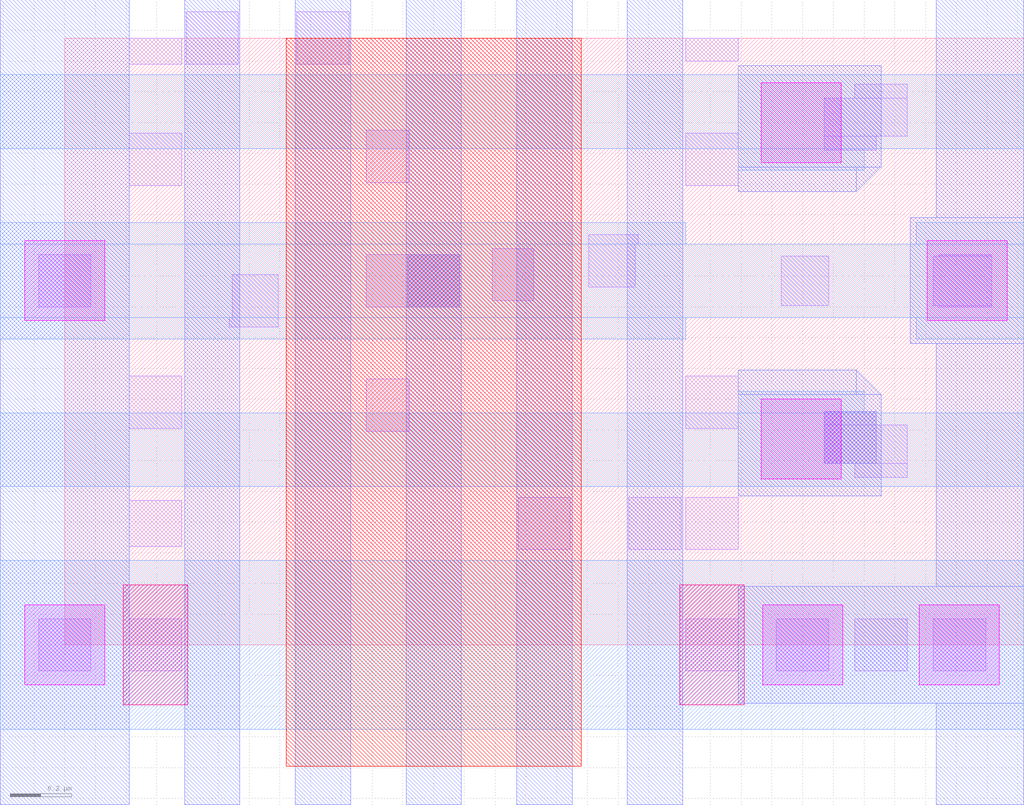
<source format=lef>
# Copyright 2020 The SkyWater PDK Authors
#
# Licensed under the Apache License, Version 2.0 (the "License");
# you may not use this file except in compliance with the License.
# You may obtain a copy of the License at
#
#     https://www.apache.org/licenses/LICENSE-2.0
#
# Unless required by applicable law or agreed to in writing, software
# distributed under the License is distributed on an "AS IS" BASIS,
# WITHOUT WARRANTIES OR CONDITIONS OF ANY KIND, either express or implied.
# See the License for the specific language governing permissions and
# limitations under the License.
#
# SPDX-License-Identifier: Apache-2.0

VERSION 5.7 ;
  NOWIREEXTENSIONATPIN ON ;
  DIVIDERCHAR "/" ;
  BUSBITCHARS "[]" ;
MACRO sky130_fd_bd_sram__openram_cell_1rw_1r
  CLASS BLOCK ;
  FOREIGN sky130_fd_bd_sram__openram_cell_1rw_1r ;
  ORIGIN  0.000000  0.000000 ;
  SIZE  3.120000 BY  1.975000 ;
  OBS
    LAYER li1 ;
      RECT -0.085000 -0.085000 0.085000 0.085000 ;
      RECT -0.085000  1.100000 0.085000 1.270000 ;
      RECT  0.210000 -0.085000 0.380000 0.085000 ;
      RECT  0.210000  0.320000 0.380000 0.470000 ;
      RECT  0.210000  0.705000 0.380000 0.875000 ;
      RECT  0.210000  1.495000 0.380000 1.665000 ;
      RECT  0.210000  1.890000 0.380000 1.975000 ;
      RECT  0.395000  1.890000 0.565000 2.060000 ;
      RECT  0.535000  1.035000 0.695000 1.065000 ;
      RECT  0.545000  1.065000 0.695000 1.205000 ;
      RECT  0.755000  1.890000 0.925000 2.060000 ;
      RECT  0.980000  0.695000 1.120000 0.865000 ;
      RECT  0.980000  1.100000 1.285000 1.270000 ;
      RECT  0.980000  1.505000 1.120000 1.675000 ;
      RECT  1.390000  1.120000 1.525000 1.290000 ;
      RECT  1.475000  0.310000 1.645000 0.480000 ;
      RECT  1.705000  1.165000 1.855000 1.305000 ;
      RECT  1.705000  1.305000 1.865000 1.335000 ;
      RECT  1.835000  0.310000 2.005000 0.480000 ;
      RECT  2.020000 -0.085000 2.190000 0.085000 ;
      RECT  2.020000  0.310000 2.190000 0.480000 ;
      RECT  2.020000  0.705000 2.190000 0.875000 ;
      RECT  2.020000  1.495000 2.190000 1.665000 ;
      RECT  2.020000  1.900000 2.190000 1.975000 ;
      RECT  2.315000 -0.085000 2.485000 0.085000 ;
      RECT  2.330000  1.105000 2.485000 1.265000 ;
      RECT  2.470000  0.590000 2.740000 0.715000 ;
      RECT  2.470000  0.715000 2.640000 0.760000 ;
      RECT  2.470000  1.610000 2.640000 1.655000 ;
      RECT  2.470000  1.655000 2.740000 1.780000 ;
      RECT  2.570000 -0.085000 2.740000 0.085000 ;
      RECT  2.570000  0.545000 2.740000 0.590000 ;
      RECT  2.570000  1.780000 2.740000 1.825000 ;
      RECT  2.825000 -0.085000 2.995000 0.085000 ;
      RECT  2.825000  1.105000 3.015000 1.265000 ;
      RECT  2.845000  1.100000 3.015000 1.105000 ;
      RECT  2.845000  1.265000 3.015000 1.270000 ;
    LAYER mcon ;
      RECT 1.115000 1.100000 1.285000 1.270000 ;
      RECT 2.470000 0.590000 2.640000 0.760000 ;
    LAYER met1 ;
      POLYGON  2.575000  0.895000 2.655000  0.815000 2.575000 0.815000 ;
      POLYGON  2.575000  1.555000 2.655000  1.555000 2.575000 1.475000 ;
      RECT -0.210000 -0.520000 0.210000  2.100000 ;
      RECT  0.390000 -0.520000 0.570000  2.100000 ;
      RECT  0.750000 -0.520000 0.930000  2.100000 ;
      RECT  1.110000 -0.520000 1.290000  2.100000 ;
      RECT  1.470000 -0.520000 1.650000  2.100000 ;
      RECT  1.830000 -0.520000 2.010000  2.100000 ;
      RECT  2.190000 -0.190000 3.120000  0.190000 ;
      RECT  2.190000  0.485000 2.655000  0.815000 ;
      RECT  2.190000  0.815000 2.575000  0.895000 ;
      RECT  2.190000  1.475000 2.575000  1.555000 ;
      RECT  2.190000  1.555000 2.655000  1.885000 ;
      RECT  2.750000  0.980000 3.120000  1.390000 ;
      RECT  2.835000 -0.520000 3.120000 -0.190000 ;
      RECT  2.835000  0.190000 3.120000  0.980000 ;
      RECT  2.835000  1.390000 3.120000  2.100000 ;
    LAYER met2 ;
      RECT -0.210000 -0.275000 3.120000 0.275000 ;
      RECT -0.210000  0.515000 3.120000 0.755000 ;
      RECT -0.210000  0.995000 2.020000 1.065000 ;
      RECT -0.210000  1.065000 3.120000 1.305000 ;
      RECT -0.210000  1.305000 2.020000 1.375000 ;
      RECT -0.210000  1.615000 3.120000 1.855000 ;
      RECT  2.190000  0.755000 2.600000 0.825000 ;
      RECT  2.190000  1.545000 2.600000 1.615000 ;
      RECT  2.770000  0.995000 3.120000 1.065000 ;
      RECT  2.770000  1.305000 3.120000 1.375000 ;
    LAYER nwell ;
      RECT 0.720000 -0.395000 1.680000 1.975000 ;
    LAYER pwell ;
      RECT 0.190000 -0.195000 0.400000 0.195000 ;
    LAYER pwell ;
      RECT 2.000000 -0.195000 2.210000 0.195000 ;
    LAYER via ;
      RECT -0.130000 -0.130000 0.130000 0.130000 ;
      RECT -0.130000  1.055000 0.130000 1.315000 ;
      RECT  2.265000  0.540000 2.525000 0.800000 ;
      RECT  2.265000  1.570000 2.525000 1.830000 ;
      RECT  2.270000 -0.130000 2.530000 0.130000 ;
      RECT  2.780000 -0.130000 3.040000 0.130000 ;
      RECT  2.805000  1.055000 3.065000 1.315000 ;
  END
END sky130_fd_bd_sram__openram_cell_1rw_1r
END LIBRARY

</source>
